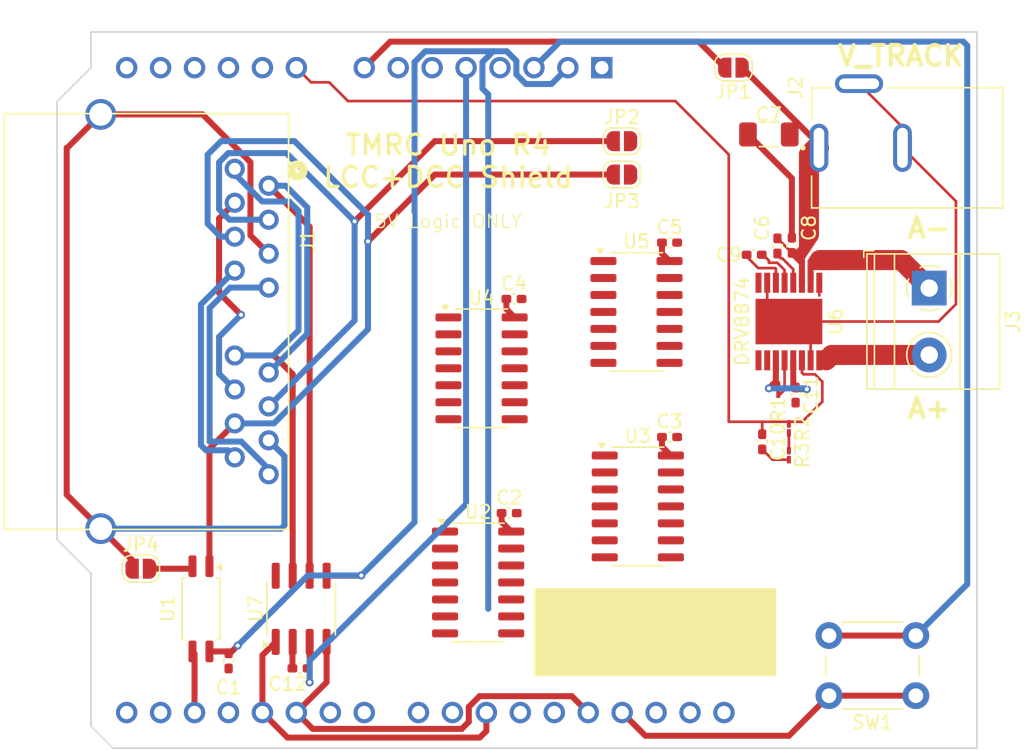
<source format=kicad_pcb>
(kicad_pcb (version 20240108) (generator "pcbnew") (generator_version "8.0")
  (layers (0 "F.Cu" signal) (31 "B.Cu" signal) (34 "B.Paste" user) (35 "F.Paste" user) (36 "B.SilkS" user "B.Silkscreen") (37 "F.SilkS" user "F.Silkscreen") (38 "B.Mask" user) (39 "F.Mask" user) (44 "Edge.Cuts" user))
  (net 0 "")
  (net 2 "/~{reset}")
  (net 8 "GND")
  (net 9 "/can_rx")
  (net 12 "VIN")
  (net 13 "/dir_A")
  (net 14 "+3.3V")
  (net 16 "IOREF")
  (net 19 "/dcc_p")
  (net 22 "/pwm_A")
  (net 23 "+5V")
  (net 24 "/can_tx")
  (net 26 "/dcc_en_A")
  (net 27 "/sense_A")
  (net 29 "Net-(U6-VCP)")
  (net 30 "VTRACK")
  (net 31 "Net-(U6-CPL)")
  (net 32 "Net-(U6-CPH)")
  (net 33 "/can_shield")
  (net 34 "/pwr_p")
  (net 35 "/pwr_n")
  (net 36 "/raw_dcc_n")
  (net 37 "/raw_dcc_p")
  (net 38 "/can_l")
  (net 39 "/can_h")
  (net 40 "/out1_A")
  (net 41 "/out2_A")
  (net 42 "Net-(Q1-D)")
  (net 43 "Net-(U6-FAULT_N)")
  (net 44 "Net-(U2-Pad6)")
  (net 45 "Net-(U2-Pad12)")
  (net 46 "Net-(U2-Pad8)")
  (net 47 "Net-(U3-Pad12)")
  (net 48 "Net-(U3-Pad6)")
  (net 49 "Net-(U3-Pad8)")
  (net 50 "Net-(U4-Pad6)")
  (net 51 "Net-(U4-Pad8)")
  (net 52 "Net-(U4-Pad12)")
  (net 57 "Net-(U6-PH_IN2)")
  (net 58 "Net-(U6-EN_IN1)")
  (footprint "Capacitor_SMD:C_1206_3216Metric_Pad1.33x1.80mm_HandSolder" (layer "F.Cu") (at 150 29 180)
    (property "Reference" "C7")
    (property "Value" "C10u")
  )
  (footprint "Resistor_SMD:R_01005_0402Metric_Pad0.57x0.30mm_HandSolder" (layer "F.Cu") (at 151.5 51 -90)
    (property "Reference" "R2")
    (property "Value" "R1k43")
  )
  (footprint "Capacitor_SMD:C_0402_1005Metric_Pad0.74x0.62mm_HandSolder" (layer "F.Cu") (at 130.5675 57.3375)
    (property "Reference" "C2")
    (property "Value" "C100n")
  )
  (footprint "Jumper:SolderJumper-2_P1.3mm_Open_RoundedPad1.0x1.5mm" (layer "F.Cu") (at 139 29.5)
    (property "Reference" "JP2")
    (property "Value" "SolderJumper_2_Open")
  )
  (footprint "Capacitor_SMD:C_0402_1005Metric_Pad0.74x0.62mm_HandSolder" (layer "F.Cu") (at 151.723241 37.298385 90)
    (property "Reference" "C8")
    (property "Value" "C100n")
  )
  (footprint "Package_SO:SOIC-14_3.9x8.7mm_P1.27mm" (layer "F.Cu") (at 140.0925 42.28375)
    (property "Reference" "U5")
    (property "Value" "7410")
  )
  (footprint "ul_DRV8874PWPR:PWP0016J_NV" (layer "F.Cu") (at 151.5 43 90)
    (property "Reference" "U6")
    (property "Value" "DRV8874PWPR")
  )
  (footprint "Capacitor_SMD:C_0402_1005Metric_Pad0.74x0.62mm_HandSolder" (layer "F.Cu") (at 148.902242 38.003543 180)
    (property "Reference" "C9")
    (property "Value" "C22n")
  )
  (footprint "Jumper:SolderJumper-2_P1.3mm_Open_RoundedPad1.0x1.5mm" (layer "F.Cu") (at 103 61.5)
    (property "Reference" "JP4")
    (property "Value" "SolderJumper_2_Open")
  )
  (footprint "54-00166:TENSILITY_54-00166" (layer "F.Cu") (at 160 30 90)
    (property "Reference" "J2")
    (property "Value" "54-00166")
  )
  (footprint "A00_216_262_450:EDAC_A00-216-262-450" (layer "F.Cu") (at 103.425 43 -90)
    (property "Reference" "J1")
    (property "Value" "A00-216-262-450")
  )
  (footprint "Package_SO:SOIC-14_3.9x8.7mm_P1.27mm" (layer "F.Cu") (at 140.1925 56.83375)
    (property "Reference" "U3")
    (property "Value" "7410")
  )
  (footprint "Capacitor_SMD:C_0402_1005Metric_Pad0.74x0.62mm_HandSolder" (layer "F.Cu") (at 142.5675 51.64375)
    (property "Reference" "C3")
    (property "Value" "C100n")
  )
  (footprint "Package_SO:SOIC-14_3.9x8.7mm_P1.27mm" (layer "F.Cu") (at 128.2425 62.5275)
    (property "Reference" "U2")
    (property "Value" "7410")
  )
  (footprint "Capacitor_SMD:C_0402_1005Metric_Pad0.74x0.62mm_HandSolder" (layer "F.Cu") (at 114.913134 68.953956 180)
    (property "Reference" "C12")
    (property "Value" "C100n")
  )
  (footprint "TerminalBlock_Phoenix:TerminalBlock_Phoenix_MKDS-1,5-2_1x02_P5.00mm_Horizontal" (layer "F.Cu") (at 162 40.5 -90)
    (property "Reference" "J3")
    (property "Value" "Screw_Terminal_01x02")
  )
  (footprint "Resistor_SMD:R_01005_0402Metric_Pad0.57x0.30mm_HandSolder" (layer "F.Cu") (at 150.704106 48.098531 -90)
    (property "Reference" "R1")
    (property "Value" "R47k")
  )
  (footprint "Capacitor_SMD:C_0402_1005Metric_Pad0.74x0.62mm_HandSolder" (layer "F.Cu") (at 142.5675 37.09375)
    (property "Reference" "C5")
    (property "Value" "C100n")
  )
  (footprint "Package_SO:SOP-4_4.4x2.6mm_P1.27mm" (layer "F.Cu") (at 107.5 64.5 -90)
    (property "Reference" "U1")
    (property "Value" "ACPL-214-500E")
  )
  (footprint "Jumper:SolderJumper-2_P1.3mm_Open_RoundedPad1.0x1.5mm" (layer "F.Cu") (at 147.35 24 180)
    (property "Reference" "JP1")
    (property "Value" "SolderJumper_2_Open")
  )
  (footprint "Capacitor_SMD:C_0402_1005Metric_Pad0.74x0.62mm_HandSolder" (layer "F.Cu") (at 130.925 41.31)
    (property "Reference" "C4")
    (property "Value" "C100n")
  )
  (footprint "Package_SO:SOIC-8_3.9x4.9mm_P1.27mm" (layer "F.Cu") (at 115 64.5 90)
    (property "Reference" "U7")
    (property "Value" "MCP2562-E-SN")
  )
  (footprint "Button_Switch_THT:SW_PUSH_6mm_H4.3mm" (layer "F.Cu") (at 161 71 180)
    (property "Reference" "SW1")
    (property "Value" "SW_Push")
  )
  (footprint "Capacitor_SMD:C_0402_1005Metric_Pad0.74x0.62mm_HandSolder" (layer "F.Cu") (at 109.570899 68.396698 -90)
    (property "Reference" "C1")
    (property "Value" "C100n")
  )
  (footprint "Capacitor_SMD:C_0402_1005Metric_Pad0.74x0.62mm_HandSolder" (layer "F.Cu") (at 152 48.5 -90)
    (property "Reference" "C11")
    (property "Value" "C100n")
  )
  (footprint "Package_SO:SOIC-14_3.9x8.7mm_P1.27mm" (layer "F.Cu") (at 128.5 46.5)
    (property "Reference" "U4")
    (property "Value" "7410")
  )
  (footprint "Capacitor_SMD:C_0402_1005Metric_Pad0.74x0.62mm_HandSolder" (layer "F.Cu") (at 149.5 52 -90)
    (property "Reference" "C10")
    (property "Value" "C22n")
  )
  (footprint "Jumper:SolderJumper-2_P1.3mm_Open_RoundedPad1.0x1.5mm" (layer "F.Cu") (at 139 32)
    (property "Reference" "JP3")
    (property "Value" "SolderJumper_2_Open")
  )
  (footprint "Resistor_SMD:R_01005_0402Metric_Pad0.57x0.30mm_HandSolder" (layer "F.Cu") (at 151.5 53 -90)
    (property "Reference" "R3")
    (property "Value" "R732")
  )
  (footprint "Capacitor_SMD:C_0402_1005Metric_Pad0.74x0.62mm_HandSolder" (layer "F.Cu") (at 150.642105 37.340907 -90)
    (property "Reference" "C6")
    (property "Value" "C100n")
  )
  (footprint "Module:Arduino_UNO_R3" (layer "B.Cu") (at 137.5 24 180)
    (property "Reference" "A1" (hide yes))
    (property "Value" "Arduino_UNO_R4")
    (fp_line (start 40.77 -2.54) (end 40.77 -35.31) (stroke (width 0.12)) (layer "Edge.Cuts"))
    (fp_line (start 40.77 -35.31) (end 38.23 -37.85) (stroke (width 0.12)) (layer "Edge.Cuts"))
    (fp_line (start 38.23 2.67) (end 38.23 0) (stroke (width 0.12)) (layer "Edge.Cuts"))
    (fp_line (start 38.23 0) (end 40.77 -2.54) (stroke (width 0.12)) (layer "Edge.Cuts"))
    (fp_line (start 38.23 -37.85) (end 38.23 -49.28) (stroke (width 0.12)) (layer "Edge.Cuts"))
    (fp_line (start 38.23 -49.28) (end 36.58 -50.93) (stroke (width 0.12)) (layer "Edge.Cuts"))
    (fp_line (start 36.58 -50.93) (end -28.07 -50.93) (stroke (width 0.12)) (layer "Edge.Cuts"))
    (fp_line (start -28.07 2.67) (end 38.23 2.67) (stroke (width 0.12)) (layer "Edge.Cuts"))
    (fp_line (start -28.07 -50.93) (end -28.07 2.67) (stroke (width 0.12)) (layer "Edge.Cuts"))
  )
  (gr_poly (pts (xy 152.981917 38.400781) (xy 153.24768 37.968474) (xy 153.981917 37.900781)) (stroke (width 0.1)) (fill solid) (layer "F.Cu") (net 41))
  (gr_poly (pts (xy 152.5 38.5) (xy 153.5 37) (xy 152.5 37)) (stroke (width 0.1)) (fill solid) (layer "F.Cu") (net 30))
  (gr_rect (start 153 38.5) (end 154.873573 39.051676) (stroke (width 0.2)) (fill none) (layer "F.Cu") (net 41))
  (gr_rect (start 132.5 63) (end 150.5 69.5) (stroke (width 0.1)) (fill solid) (layer "F.SilkS"))
  (gr_text "5V Logic ONLY" (at 126 35.5 0) (layer "F.SilkS") (effects (font (size 1 1) (thickness 0.1))))
  (gr_text "V_TRACK" (at 155 24 0) (layer "F.SilkS") (effects (font (size 1.5 1.5) (thickness 0.3) (bold yes)) (justify left bottom)))
  (gr_text "A+" (at 162 49.5 0) (layer "F.SilkS") (effects (font (size 1.5 1.5) (thickness 0.3) (bold yes))))
  (gr_text "A-" (at 162 36 0) (layer "F.SilkS") (effects (font (size 1.5 1.5) (thickness 0.3) (bold yes))))
  (gr_text "TMRC Uno R4\nLCC+DCC Shield" (at 126 31 0) (layer "F.SilkS") (effects (font (size 1.5 1.5) (thickness 0.25) (bold yes))))
  (segment (start 154.5 66.5) (end 161 66.5) (width 0.449999) (layer "F.Cu") (net 2))
  (segment (start 132.42 24) (end 134.365001 22.054999) (width 0.449999) (layer "B.Cu") (net 2))
  (segment (start 164.554999 22.054999) (end 164.845001 22.345001) (width 0.449999) (layer "B.Cu") (net 2))
  (segment (start 164.845001 22.345001) (end 164.845001 62.654999) (width 0.449999) (layer "B.Cu") (net 2))
  (segment (start 164.845001 62.654999) (end 161 66.5) (width 0.449999) (layer "B.Cu") (net 2))
  (segment (start 134.365001 22.054999) (end 164.554999 22.054999) (width 0.449999) (layer "B.Cu") (net 2))
  (segment (start 153.125001 45.899999) (end 153.125001 44.625001) (width 0.2) (layer "F.Cu") (net 8))
  (segment (start 151.5 53.3375) (end 150.27 53.3375) (width 0.2) (layer "F.Cu") (net 8))
  (segment (start 160 30) (end 160 28.45) (width 0.2) (layer "F.Cu") (net 8))
  (segment (start 149.875002 41.375002) (end 151.5 43) (width 0.2) (layer "F.Cu") (net 8))
  (segment (start 151.723241 36.730885) (end 151.723241 32.285741) (width 0.449999) (layer "F.Cu") (net 8))
  (segment (start 151.5 74) (end 154.5 71) (width 0.449999) (layer "F.Cu") (net 8))
  (segment (start 103.65 61.5) (end 106.6775 61.5) (width 0.449999) (layer "F.Cu") (net 8))
  (segment (start 153.775002 40.100001) (end 153.775002 41.050001) (width 0.2) (layer "F.Cu") (net 8))
  (segment (start 153.125001 44.625001) (end 151.5 43) (width 0.2) (layer "F.Cu") (net 8))
  (segment (start 150.27 53.3375) (end 149.5 52.5675) (width 0.2) (layer "F.Cu") (net 8))
  (segment (start 160 28.45) (end 156.75 25.2) (width 0.2) (layer "F.Cu") (net 8))
  (segment (start 151.723241 32.285741) (end 148.4375 29) (width 0.449999) (layer "F.Cu") (net 8))
  (segment (start 114.345634 68.953956) (end 114.345634 66.994366) (width 0.449999) (layer "F.Cu") (net 8))
  (segment (start 164 34) (end 160 30) (width 0.2) (layer "F.Cu") (net 8))
  (segment (start 106.6775 61.5) (end 106.865 61.3125) (width 0.449999) (layer "F.Cu") (net 8))
  (segment (start 110.5 42.5) (end 108.855 40.855) (width 0.449999) (layer "F.Cu") (net 8))
  (segment (start 151.825003 43) (end 151.5 43) (width 0.2) (layer "F.Cu") (net 8))
  (segment (start 151.5 43) (end 162.7 43) (width 0.2) (layer "F.Cu") (net 8))
  (segment (start 154.5 71) (end 161 71) (width 0.449999) (layer "F.Cu") (net 8))
  (segment (start 149.875002 40.100001) (end 149.875002 41.375002) (width 0.2) (layer "F.Cu") (net 8))
  (segment (start 164 41.7) (end 164 34) (width 0.2) (layer "F.Cu") (net 8))
  (segment (start 140.76 74) (end 151.5 74) (width 0.449999) (layer "F.Cu") (net 8))
  (segment (start 108.855 40.855) (end 108.855 35.285) (width 0.449999) (layer "F.Cu") (net 8))
  (segment (start 162.7 43) (end 164 41.7) (width 0.2) (layer "F.Cu") (net 8))
  (segment (start 114.345634 66.994366) (end 114.365 66.975) (width 0.449999) (layer "F.Cu") (net 8))
  (segment (start 139.02 72.26) (end 140.76 74) (width 0.449999) (layer "F.Cu") (net 8))
  (segment (start 113.095 62.547328) (end 113.095 62.025) (width 0.449999) (layer "F.Cu") (net 8))
  (segment (start 108.855 35.285) (end 110.03 34.11) (width 0.449999) (layer "F.Cu") (net 8))
  (via (at 110.5 42.5) (size 0.6) (drill 0.3) (layers "F.Cu" "B.Cu") (net 8))
  (segment (start 110.03 48.08) (end 108.855 46.905) (width 0.449999) (layer "B.Cu") (net 8))
  (segment (start 108.855 46.905) (end 108.855 44.145) (width 0.449999) (layer "B.Cu") (net 8))
  (segment (start 108.855 44.145) (end 110.5 42.5) (width 0.449999) (layer "B.Cu") (net 8))
  (segment (start 116.905 69.995) (end 116.905 66.975) (width 0.449999) (layer "F.Cu") (net 9))
  (segment (start 135.255 71.035) (end 128.352588 71.035) (width 0.449999) (layer "F.Cu") (net 9))
  (segment (start 115.865 73.485) (end 114.64 72.26) (width 0.449999) (layer "F.Cu") (net 9))
  (segment (start 127.545 71.842588) (end 127.545 72.955) (width 0.449999) (layer "F.Cu") (net 9))
  (segment (start 128.352588 71.035) (end 127.545 71.842588) (width 0.449999) (layer "F.Cu") (net 9))
  (segment (start 136.48 72.26) (end 135.255 71.035) (width 0.449999) (layer "F.Cu") (net 9))
  (segment (start 127.545 72.955) (end 127.015 73.485) (width 0.449999) (layer "F.Cu") (net 9))
  (segment (start 114.64 72.26) (end 116.905 69.995) (width 0.449999) (layer "F.Cu") (net 9))
  (segment (start 127.015 73.485) (end 115.865 73.485) (width 0.449999) (layer "F.Cu") (net 9))
  (segment (start 121.665001 22.054999) (end 144.754999 22.054999) (width 0.449999) (layer "F.Cu") (net 12))
  (segment (start 144.754999 22.054999) (end 146.7 24) (width 0.449999) (layer "F.Cu") (net 12))
  (segment (start 119.72 24) (end 121.665001 22.054999) (width 0.449999) (layer "F.Cu") (net 12))
  (segment (start 119.475 62.025) (end 119.5 62) (width 0.449999) (layer "F.Cu") (net 16))
  (segment (start 150.525001 47.581926) (end 150.525001 47.474999) (width 0.2) (layer "F.Cu") (net 16))
  (segment (start 142 52.35625) (end 142.6675 53.02375) (width 0.449999) (layer "F.Cu") (net 16))
  (segment (start 116.905 62.025) (end 119.475 62.025) (width 0.449999) (layer "F.Cu") (net 16))
  (segment (start 151.825001 47.757501) (end 151.825001 45.899999) (width 0.449999) (layer "F.Cu") (net 16))
  (segment (start 150.525001 47.474999) (end 150 48) (width 0.449999) (layer "F.Cu") (net 16))
  (segment (start 142 51.64375) (end 142 52.35625) (width 0.449999) (layer "F.Cu") (net 16))
  (segment (start 110.25 67.25) (end 109.8125 67.6875) (width 0.449999) (layer "F.Cu") (net 16))
  (segment (start 152 47.9325) (end 151.825001 47.757501) (width 0.449999) (layer "F.Cu") (net 16))
  (segment (start 142 37.90625) (end 142.5675 38.47375) (width 0.449999) (layer "F.Cu") (net 16))
  (segment (start 130 57.3375) (end 130 58) (width 0.449999) (layer "F.Cu") (net 16))
  (segment (start 130 58) (end 130.7175 58.7175) (width 0.449999) (layer "F.Cu") (net 16))
  (segment (start 130.3575 41.31) (end 130.3575 42.0725) (width 0.449999) (layer "F.Cu") (net 16))
  (segment (start 152.129263 48.061763) (end 152 47.9325) (width 0.449999) (layer "F.Cu") (net 16))
  (segment (start 150.704106 47.761031) (end 150.525001 47.581926) (width 0.2) (layer "F.Cu") (net 16))
  (segment (start 150.525001 45.899999) (end 150.525001 47.474999) (width 0.449999) (layer "F.Cu") (net 16))
  (segment (start 134.96 24) (end 134.405001 24) (width 0.449999) (layer "F.Cu") (net 16))
  (segment (start 130.3575 42.0725) (end 130.975 42.69) (width 0.449999) (layer "F.Cu") (net 16))
  (segment (start 109.8125 67.6875) (end 108.135 67.6875) (width 0.449999) (layer "F.Cu") (net 16))
  (segment (start 152.838237 48.061763) (end 152.129263 48.061763) (width 0.449999) (layer "F.Cu") (net 16))
  (segment (start 142 37.09375) (end 142 37.90625) (width 0.449999) (layer "F.Cu") (net 16))
  (via (at 152.838237 48.061763) (size 0.6) (drill 0.3) (layers "F.Cu" "B.Cu") (net 16))
  (via (at 150 48) (size 0.6) (drill 0.3) (layers "F.Cu" "B.Cu") (net 16))
  (via (at 119.5 62) (size 0.6) (drill 0.3) (layers "F.Cu" "B.Cu") (net 16))
  (via (at 110.25 67.25) (size 0.6) (drill 0.3) (layers "F.Cu" "B.Cu") (net 16))
  (segment (start 129.372588 22.775) (end 124.292588 22.775) (width 0.449999) (layer "B.Cu") (net 16))
  (segment (start 123.485 23.582588) (end 123.485 58.015) (width 0.449999) (layer "B.Cu") (net 16))
  (segment (start 128.565 23.582588) (end 128.565 25.565) (width 0.449999) (layer "B.Cu") (net 16))
  (segment (start 131.105 24.507412) (end 131.105 23.492588) (width 0.449999) (layer "B.Cu") (net 16))
  (segment (start 150 48) (end 152.776474 48) (width 0.449999) (layer "B.Cu") (net 16))
  (segment (start 110.25 67.25) (end 115.5 62) (width 0.449999) (layer "B.Cu") (net 16))
  (segment (start 133.735 25.225) (end 131.822588 25.225) (width 0.449999) (layer "B.Cu") (net 16))
  (segment (start 124.292588 22.775) (end 123.485 23.582588) (width 0.449999) (layer "B.Cu") (net 16))
  (segment (start 134.96 24) (end 133.735 25.225) (width 0.449999) (layer "B.Cu") (net 16))
  (segment (start 115.5 62) (end 119.5 62) (width 0.449999) (layer "B.Cu") (net 16))
  (segment (start 131.822588 25.225) (end 131.105 24.507412) (width 0.449999) (layer "B.Cu") (net 16))
  (segment (start 128.565 25.565) (end 129 26) (width 0.449999) (layer "B.Cu") (net 16))
  (segment (start 129 26) (end 129 64.5) (width 0.449999) (layer "B.Cu") (net 16))
  (segment (start 131.105 23.492588) (end 130.387412 22.775) (width 0.449999) (layer "B.Cu") (net 16))
  (segment (start 130.387412 22.775) (end 129.372588 22.775) (width 0.449999) (layer "B.Cu") (net 16))
  (segment (start 129.372588 22.775) (end 128.565 23.582588) (width 0.449999) (layer "B.Cu") (net 16))
  (segment (start 123.485 58.015) (end 119.5 62) (width 0.449999) (layer "B.Cu") (net 16))
  (segment (start 152.776474 48) (end 152.838237 48.061763) (width 0.449999) (layer "B.Cu") (net 16))
  (segment (start 107.02 72.26) (end 107.02 67.8425) (width 0.449999) (layer "F.Cu") (net 19))
  (segment (start 107.02 67.8425) (end 106.865 67.6875) (width 0.449999) (layer "F.Cu") (net 19))
  (segment (start 115.635 70) (end 115.635 66.975) (width 0.449999) (layer "F.Cu") (net 23))
  (via (at 115.635 70) (size 0.6) (drill 0.3) (layers "F.Cu" "B.Cu") (net 23))
  (segment (start 127.34 56.66) (end 127.34 24) (width 0.449999) (layer "B.Cu") (net 23))
  (segment (start 115.635 68.365) (end 127.34 56.66) (width 0.449999) (layer "B.Cu") (net 23))
  (segment (start 115.635 70) (end 115.635 68.365) (width 0.449999) (layer "B.Cu") (net 23))
  (segment (start 113.974999 74.134999) (end 112.1 72.26) (width 0.449999) (layer "F.Cu") (net 24))
  (segment (start 128.365001 74.134999) (end 113.974999 74.134999) (width 0.449999) (layer "F.Cu") (net 24))
  (segment (start 112.1 72.26) (end 112.1 67.97) (width 0.449999) (layer "F.Cu") (net 24))
  (segment (start 112.1 67.97) (end 113.095 66.975) (width 0.449999) (layer "F.Cu") (net 24))
  (segment (start 128.86 73.64) (end 128.365001 74.134999) (width 0.449999) (layer "F.Cu") (net 24))
  (segment (start 128.86 72.26) (end 128.86 73.64) (width 0.449999) (layer "F.Cu") (net 24))
  (segment (start 152.600002 46.949999) (end 152.475002 46.824999) (width 0.2) (layer "F.Cu") (net 27))
  (segment (start 118.5 26.5) (end 117.1 25.1) (width 0.2) (layer "F.Cu") (net 27))
  (segment (start 147 30.5) (end 143 26.5) (width 0.2) (layer "F.Cu") (net 27))
  (segment (start 152.5 50.5) (end 154 49) (width 0.2) (layer "F.Cu") (net 27))
  (segment (start 154 47.5) (end 153.449999 46.949999) (width 0.2) (layer "F.Cu") (net 27))
  (segment (start 147 50.5) (end 147 30.5) (width 0.2) (layer "F.Cu") (net 27))
  (segment (start 149.5 50.5) (end 152.5 50.5) (width 0.2) (layer "F.Cu") (net 27))
  (segment (start 143 26.5) (end 118.5 26.5) (width 0.2) (layer "F.Cu") (net 27))
  (segment (start 115.74 25.1) (end 114.64 24) (width 0.2) (layer "F.Cu") (net 27))
  (segment (start 152.475002 46.824999) (end 152.475002 45.899999) (width 0.2) (layer "F.Cu") (net 27))
  (segment (start 153.449999 46.949999) (end 152.600002 46.949999) (width 0.2) (layer "F.Cu") (net 27))
  (segment (start 149.5 51.4325) (end 149.5 50.5) (width 0.2) (layer "F.Cu") (net 27))
  (segment (start 149.5 50.5) (end 147 50.5) (width 0.2) (layer "F.Cu") (net 27))
  (segment (start 117.1 25.1) (end 115.74 25.1) (width 0.2) (layer "F.Cu") (net 27))
  (segment (start 154 49) (end 154 47.5) (width 0.2) (layer "F.Cu") (net 27))
  (segment (start 150.872132 38.278496) (end 151.012194 38.278496) (width 0.2) (layer "F.Cu") (net 29))
  (segment (start 151.012194 38.278496) (end 151.825001 39.091303) (width 0.2) (layer "F.Cu") (net 29))
  (segment (start 151.825001 39.091303) (end 151.825001 40.100001) (width 0.2) (layer "F.Cu") (net 29))
  (segment (start 152.475002 36.024998) (end 152.475002 37.5) (width 0.449999) (layer "F.Cu") (net 30))
  (segment (start 153.5 30) (end 153.75 30) (width 1.5) (layer "F.Cu") (net 30))
  (segment (start 153 36.5) (end 153 35.5) (width 0.449999) (layer "F.Cu") (net 30))
  (segment (start 151.723241 37.865885) (end 151.723241 37.854543) (width 0.2) (layer "F.Cu") (net 30))
  (segment (start 152.475002 38.5) (end 152.475002 40.100001) (width 0.449999) (layer "F.Cu") (net 30))
  (segment (start 151.723241 37.854543) (end 150.642105 36.773407) (width 0.2) (layer "F.Cu") (net 30))
  (segment (start 153 35.5) (end 152.475002 36.024998) (width 0.449999) (layer "F.Cu") (net 30))
  (segment (start 148 24) (end 153.75 29.75) (width 0.449999) (layer "F.Cu") (net 30))
  (segment (start 153.75 29.75) (end 153.75 30) (width 0.449999) (layer "F.Cu") (net 30))
  (segment (start 152.357356 38.5) (end 151.723241 37.865885) (width 0.449999) (layer "F.Cu") (net 30))
  (segment (start 152.109117 37.865885) (end 152.475002 37.5) (width 0.449999) (layer "F.Cu") (net 30))
  (segment (start 151.723241 37.865885) (end 152.109117 37.865885) (width 0.449999) (layer "F.Cu") (net 30))
  (segment (start 152.475002 37.5) (end 152.475002 38.5) (width 0.449999) (layer "F.Cu") (net 30))
  (segment (start 152.475002 38.5) (end 152.357356 38.5) (width 0.449999) (layer "F.Cu") (net 30))
  (segment (start 153 30.5) (end 153.5 30) (width 1.5) (layer "F.Cu") (net 30))
  (segment (start 153 36.5) (end 153 30.5) (width 1.5) (layer "F.Cu") (net 30))
  (segment (start 150.525001 39.062736) (end 150.462265 39) (width 0.2) (layer "F.Cu") (net 31))
  (segment (start 150.462265 39) (end 149.201428 39) (width 0.2) (layer "F.Cu") (net 31))
  (segment (start 149.201428 39) (end 148.4325 38.231072) (width 0.2) (layer "F.Cu") (net 31))
  (segment (start 150.525001 40.100001) (end 150.525001 39.062736) (width 0.2) (layer "F.Cu") (net 31))
  (segment (start 150 38.6) (end 150 38.4325) (width 0.2) (layer "F.Cu") (net 32))
  (segment (start 150 38.4325) (end 149.5675 38) (width 0.2) (layer "F.Cu") (net 32))
  (segment (start 151.175002 39.147051) (end 150.627951 38.6) (width 0.2) (layer "F.Cu") (net 32))
  (segment (start 151.175002 40.100001) (end 151.175002 39.147051) (width 0.2) (layer "F.Cu") (net 32))
  (segment (start 150.627951 38.6) (end 150 38.6) (width 0.2) (layer "F.Cu") (net 32))
  (segment (start 97.454999 55.954999) (end 100 58.5) (width 0.449999) (layer "F.Cu") (net 33))
  (segment (start 97.5 30) (end 97.454999 30) (width 0.449999) (layer "F.Cu") (net 33))
  (segment (start 97.454999 30) (end 97.454999 55.954999) (width 0.449999) (layer "F.Cu") (net 33))
  (segment (start 100 27.5) (end 97.5 30) (width 0.449999) (layer "F.Cu") (net 33))
  (segment (start 111.205 31.083299) (end 107.621701 27.5) (width 0.449999) (layer "F.Cu") (net 33))
  (segment (start 111.205 36.555) (end 111.205 31.083299) (width 0.449999) (layer "F.Cu") (net 33))
  (segment (start 112.57 37.92) (end 111.205 36.555) (width 0.449999) (layer "F.Cu") (net 33))
  (segment (start 102.35 61.5) (end 102.35 60.85) (width 0.449999) (layer "F.Cu") (net 33))
  (segment (start 107.621701 27.5) (end 100 27.5) (width 0.449999) (layer "F.Cu") (net 33))
  (segment (start 102.35 60.85) (end 100 58.5) (width 0.449999) (layer "F.Cu") (net 33))
  (segment (start 113.5 58.5) (end 113.745 58.255) (width 0.449999) (layer "B.Cu") (net 33))
  (segment (start 113.745 58.255) (end 113.745 53.065) (width 0.449999) (layer "B.Cu") (net 33))
  (segment (start 113.745 53.065) (end 112.57 51.89) (width 0.449999) (layer "B.Cu") (net 33))
  (segment (start 100 58.5) (end 113.5 58.5) (width 0.449999) (layer "B.Cu") (net 33))
  (segment (start 112.57 54.43) (end 112.57 54.038299) (width 0.449999) (layer "B.Cu") (net 34))
  (segment (start 108.149999 51.985) (end 108.149999 41.989239) (width 0.449999) (layer "B.Cu") (net 34))
  (segment (start 108.149999 41.989239) (end 109.679238 40.46) (width 0.449999) (layer "B.Cu") (net 34))
  (segment (start 110.516701 51.985) (end 108.149999 51.985) (width 0.449999) (layer "B.Cu") (net 34))
  (segment (start 109.679238 40.46) (end 112.57 40.46) (width 0.449999) (layer "B.Cu") (net 34))
  (segment (start 112.57 54.038299) (end 110.516701 51.985) (width 0.449999) (layer "B.Cu") (net 34))
  (segment (start 110.03 53.16) (end 109.504999 52.634999) (width 0.449999) (layer "B.Cu") (net 35))
  (segment (start 107.880761 52.634999) (end 107.5 52.254238) (width 0.449999) (layer "B.Cu") (net 35))
  (segment (start 109.504999 52.634999) (end 107.880761 52.634999) (width 0.449999) (layer "B.Cu") (net 35))
  (segment (start 107.5 41.72) (end 110.03 39.19) (width 0.449999) (layer "B.Cu") (net 35))
  (segment (start 107.5 52.254238) (end 107.5 41.72) (width 0.449999) (layer "B.Cu") (net 35))
  (segment (start 125 29.5) (end 138.35 29.5) (width 0.449999) (layer "F.Cu") (net 36))
  (segment (start 119 35.5) (end 125 29.5) (width 0.449999) (layer "F.Cu") (net 36))
  (via (at 119 35.5) (size 0.6) (drill 0.3) (layers "F.Cu" "B.Cu") (net 36))
  (segment (start 109.638299 35.38) (end 108.855 34.596701) (width 0.449999) (layer "B.Cu") (net 36))
  (segment (start 108.855 34.596701) (end 108.855 31.083299) (width 0.449999) (layer "B.Cu") (net 36))
  (segment (start 113.895 30.395) (end 119 35.5) (width 0.449999) (layer "B.Cu") (net 36))
  (segment (start 119 35.5) (end 119 42.92) (width 0.449999) (layer "B.Cu") (net 36))
  (segment (start 112.57 35.38) (end 109.638299 35.38) (width 0.449999) (layer "B.Cu") (net 36))
  (segment (start 108.855 31.083299) (end 109.543299 30.395) (width 0.449999) (layer "B.Cu") (net 36))
  (segment (start 119 42.92) (end 112.57 49.35) (width 0.449999) (layer "B.Cu") (net 36))
  (segment (start 109.543299 30.395) (end 113.895 30.395) (width 0.449999) (layer "B.Cu") (net 36))
  (segment (start 108.135 52.515) (end 110.03 50.62) (width 0.449999) (layer "F.Cu") (net 37))
  (segment (start 108.135 61.3125) (end 108.135 52.515) (width 0.449999) (layer "F.Cu") (net 37))
  (segment (start 125 32) (end 138.35 32) (width 0.449999) (layer "F.Cu") (net 37))
  (segment (start 120 37) (end 125 32) (width 0.449999) (layer "F.Cu") (net 37))
  (via (at 120 37) (size 0.6) (drill 0.3) (layers "F.Cu" "B.Cu") (net 37))
  (segment (start 108 30.509531) (end 108 35.68066) (width 0.449999) (layer "B.Cu") (net 37))
  (segment (start 120 35) (end 114.5 29.5) (width 0.449999) (layer "B.Cu") (net 37))
  (segment (start 120 35.161525) (end 120 35) (width 0.449999) (layer "B.Cu") (net 37))
  (segment (start 120 37) (end 120 35.161525) (width 0.449999) (layer "B.Cu") (net 37))
  (segment (start 112.961701 50.62) (end 120 43.581701) (width 0.449999) (layer "B.Cu") (net 37))
  (segment (start 108 35.68066) (end 108.96934 36.65) (width 0.449999) (layer "B.Cu") (net 37))
  (segment (start 109.009531 29.5) (end 108 30.509531) (width 0.449999) (layer "B.Cu") (net 37))
  (segment (start 108.96934 36.65) (end 110.03 36.65) (width 0.449999) (layer "B.Cu") (net 37))
  (segment (start 114.5 29.5) (end 109.009531 29.5) (width 0.449999) (layer "B.Cu") (net 37))
  (segment (start 120 43.581701) (end 120 35.161525) (width 0.449999) (layer "B.Cu") (net 37))
  (segment (start 110.03 50.62) (end 112.961701 50.62) (width 0.449999) (layer "B.Cu") (net 37))
  (segment (start 115.635 35.905) (end 112.57 32.84) (width 0.449999) (layer "F.Cu") (net 38))
  (segment (start 115.635 62.025) (end 115.635 35.905) (width 0.449999) (layer "F.Cu") (net 38))
  (segment (start 115.454149 43.925851) (end 112.57 46.81) (width 0.449999) (layer "B.Cu") (net 38))
  (segment (start 113.84 32.84) (end 115.454149 34.454149) (width 0.449999) (layer "B.Cu") (net 38))
  (segment (start 112.57 32.84) (end 113.84 32.84) (width 0.449999) (layer "B.Cu") (net 38))
  (segment (start 115.454149 34.454149) (end 115.454149 43.925851) (width 0.449999) (layer "B.Cu") (net 38))
  (segment (start 114.365 62.025) (end 114.365 46.943299) (width 0.449999) (layer "F.Cu") (net 39))
  (segment (start 112.961701 45.54) (end 110.03 45.54) (width 0.449999) (layer "F.Cu") (net 39))
  (segment (start 114.365 46.943299) (end 112.961701 45.54) (width 0.449999) (layer "F.Cu") (net 39))
  (segment (start 110.03 45.54) (end 112.920762 45.54) (width 0.449999) (layer "B.Cu") (net 39))
  (segment (start 114.80415 43.656612) (end 114.80415 34.723388) (width 0.449999) (layer "B.Cu") (net 39))
  (segment (start 110.03 31.961701) (end 110.03 31.57) (width 0.449999) (layer "B.Cu") (net 39))
  (segment (start 114.095762 34.015) (end 112.083299 34.015) (width 0.449999) (layer "B.Cu") (net 39))
  (segment (start 114.80415 34.723388) (end 114.095762 34.015) (width 0.449999) (layer "B.Cu") (net 39))
  (segment (start 112.920762 45.54) (end 114.80415 43.656612) (width 0.449999) (layer "B.Cu") (net 39))
  (segment (start 112.083299 34.015) (end 110.03 31.961701) (width 0.449999) (layer "B.Cu") (net 39))
  (segment (start 162 45.5) (end 154.699999 45.5) (width 1.5) (layer "F.Cu") (net 40))
  (segment (start 154.699999 45.5) (end 154.3 45.899999) (width 1.5) (layer "F.Cu") (net 40))
  (segment (start 159.900001 38.400001) (end 153.800003 38.400001) (width 1.5) (layer "F.Cu") (net 41))
  (segment (start 153.125001 38.5) (end 153.225 38.400001) (width 0.449999) (layer "F.Cu") (net 41))
  (segment (start 162 40.5) (end 159.900001 38.400001) (width 1.5) (layer "F.Cu") (net 41))
  (segment (start 153.125001 40.100001) (end 153.125001 38.5) (width 0.449999) (layer "F.Cu") (net 41))
  (segment (start 153.225 38.400001) (end 153.800003 38.400001) (width 0.449999) (layer "F.Cu") (net 41))
  (segment (start 151.5 52.6625) (end 151.5 51.3375) (width 0.2) (layer "F.Cu") (net 42))
  (segment (start 150.704106 48.436031) (end 150.854105 48.436031) (width 0.2) (layer "F.Cu") (net 43))
  (segment (start 150.854105 48.436031) (end 151.175002 48.115134) (width 0.2) (layer "F.Cu") (net 43))
  (segment (start 151.175002 48.115134) (end 151.175002 45.899999) (width 0.2) (layer "F.Cu") (net 43))
)
</source>
